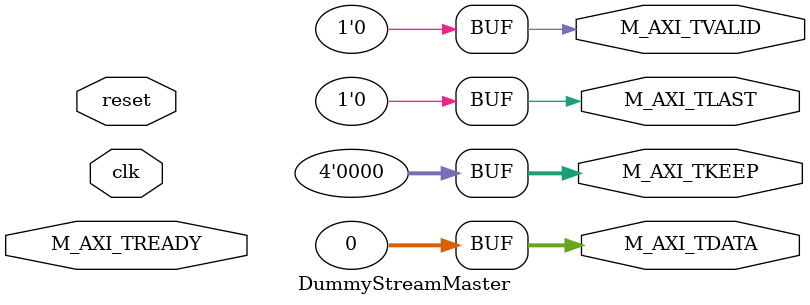
<source format=v>
module DummyStreamMaster #
(
    parameter integer DATA_WIDTH        = 32, 
    parameter integer STORAGE_IDX_WIDTH = 10     //// 4 Kb
)
(
    // AXIS Master Interface load interface
    output  wire [DATA_WIDTH-1:0]     M_AXI_TDATA,
    output  wire [DATA_WIDTH/8-1:0]   M_AXI_TKEEP,  // <= tkeep added
    output  wire                      M_AXI_TVALID,
    input   wire                      M_AXI_TREADY,
    output  wire                      M_AXI_TLAST,
    
    input   wire clk,
    input   wire reset
);

assign M_AXI_TDATA   = 0; // Dummy implementation, always output zero
assign M_AXI_TKEEP   = 0; // Dummy implementation, always output zero
assign M_AXI_TVALID  = 1'b0; // Dummy implementation, always not valid
assign M_AXI_TLAST   = 1'b0; // Dummy implementation, always not last

endmodule
</source>
